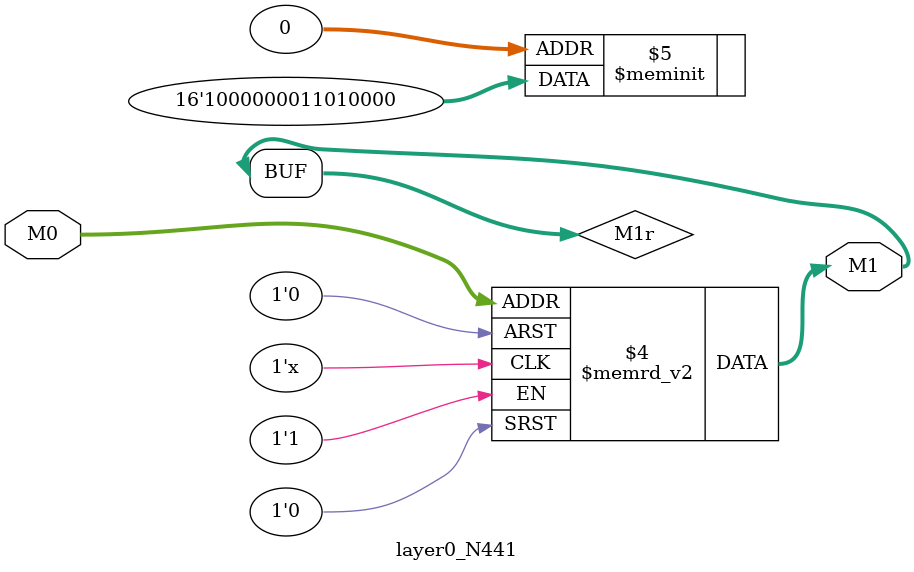
<source format=v>
module layer0_N441 ( input [2:0] M0, output [1:0] M1 );

	(*rom_style = "distributed" *) reg [1:0] M1r;
	assign M1 = M1r;
	always @ (M0) begin
		case (M0)
			3'b000: M1r = 2'b00;
			3'b100: M1r = 2'b00;
			3'b010: M1r = 2'b01;
			3'b110: M1r = 2'b00;
			3'b001: M1r = 2'b00;
			3'b101: M1r = 2'b00;
			3'b011: M1r = 2'b11;
			3'b111: M1r = 2'b10;

		endcase
	end
endmodule

</source>
